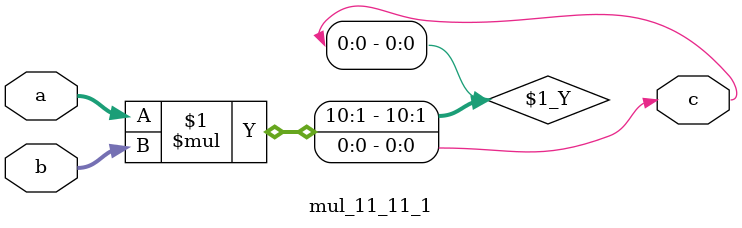
<source format=v>
module mul_11_11_1(a, b, c);
  input [10:0] a;
  input [10:0] b;
  output c;
  assign c = a * b;
endmodule

</source>
